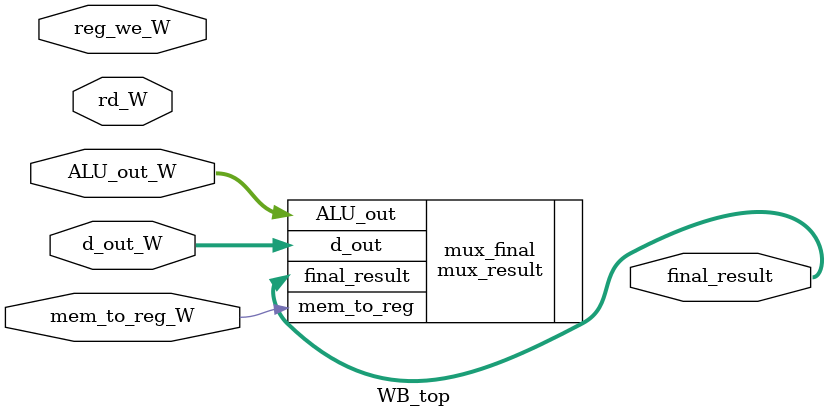
<source format=sv>
module WB_top(
              input logic mem_to_reg_W,
              input logic reg_we_W,
              input logic[4:0] rd_W,
              input logic[31:0] ALU_out_W,
              input logic[31:0] d_out_W,
              
              output logic[31:0] final_result
              );
              
              
              mux_result mux_final(
                                   .mem_to_reg(mem_to_reg_W),
                                   .ALU_out(ALU_out_W),
                                   .d_out(d_out_W),
                                   .final_result(final_result)
                                   );
endmodule                                   
</source>
